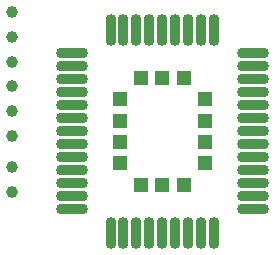
<source format=gts>
%TF.GenerationSoftware,KiCad,Pcbnew,8.0.6-8.0.6-0~ubuntu24.04.1*%
%TF.CreationDate,2024-11-25T21:20:05+00:00*%
%TF.ProjectId,gps_tracker,6770735f-7472-4616-936b-65722e6b6963,rev?*%
%TF.SameCoordinates,Original*%
%TF.FileFunction,Soldermask,Top*%
%TF.FilePolarity,Negative*%
%FSLAX46Y46*%
G04 Gerber Fmt 4.6, Leading zero omitted, Abs format (unit mm)*
G04 Created by KiCad (PCBNEW 8.0.6-8.0.6-0~ubuntu24.04.1) date 2024-11-25 21:20:05*
%MOMM*%
%LPD*%
G01*
G04 APERTURE LIST*
G04 Aperture macros list*
%AMRoundRect*
0 Rectangle with rounded corners*
0 $1 Rounding radius*
0 $2 $3 $4 $5 $6 $7 $8 $9 X,Y pos of 4 corners*
0 Add a 4 corners polygon primitive as box body*
4,1,4,$2,$3,$4,$5,$6,$7,$8,$9,$2,$3,0*
0 Add four circle primitives for the rounded corners*
1,1,$1+$1,$2,$3*
1,1,$1+$1,$4,$5*
1,1,$1+$1,$6,$7*
1,1,$1+$1,$8,$9*
0 Add four rect primitives between the rounded corners*
20,1,$1+$1,$2,$3,$4,$5,0*
20,1,$1+$1,$4,$5,$6,$7,0*
20,1,$1+$1,$6,$7,$8,$9,0*
20,1,$1+$1,$8,$9,$2,$3,0*%
G04 Aperture macros list end*
%ADD10C,1.000000*%
%ADD11O,2.704000X0.904000*%
%ADD12O,0.904000X2.704000*%
%ADD13RoundRect,0.102000X-0.500000X-0.500000X0.500000X-0.500000X0.500000X0.500000X-0.500000X0.500000X0*%
G04 APERTURE END LIST*
D10*
%TO.C,TP6*%
X135900000Y-105800000D03*
%TD*%
%TO.C,TP9*%
X135900000Y-101100000D03*
%TD*%
%TO.C,TP8*%
X135900000Y-103200000D03*
%TD*%
%TO.C,TP7*%
X135900000Y-94800000D03*
%TD*%
%TO.C,TP3*%
X135900000Y-92700000D03*
%TD*%
%TO.C,TP5*%
X135900000Y-99000000D03*
%TD*%
%TO.C,TP4*%
X135900000Y-96900000D03*
%TD*%
%TO.C,TP1*%
X135900000Y-107900000D03*
%TD*%
D11*
%TO.C,U4*%
X140950000Y-96200000D03*
X140950000Y-97300000D03*
X140950000Y-98400000D03*
X140950000Y-99500000D03*
X140950000Y-100600000D03*
X140950000Y-101700000D03*
X140950000Y-102800000D03*
X140950000Y-103900000D03*
X140950000Y-105000000D03*
X140950000Y-106100000D03*
X140950000Y-107200000D03*
X140950000Y-108300000D03*
X140950000Y-109400000D03*
D12*
X144200000Y-111400000D03*
X145300000Y-111400000D03*
X146400000Y-111400000D03*
X147500000Y-111400000D03*
X148600000Y-111400000D03*
X149700000Y-111400000D03*
X150800000Y-111400000D03*
X151900000Y-111400000D03*
X153000000Y-111400000D03*
D11*
X156250000Y-109400000D03*
X156250000Y-108300000D03*
X156250000Y-107200000D03*
X156250000Y-106100000D03*
X156250000Y-105000000D03*
X156250000Y-103900000D03*
X156250000Y-102800000D03*
X156250000Y-101700000D03*
X156250000Y-100600000D03*
X156250000Y-99500000D03*
X156250000Y-98400000D03*
X156250000Y-97300000D03*
X156250000Y-96200000D03*
D12*
X153000000Y-94200000D03*
X151900000Y-94200000D03*
X150800000Y-94200000D03*
X149700000Y-94200000D03*
X148600000Y-94200000D03*
X147500000Y-94200000D03*
X146400000Y-94200000D03*
X145300000Y-94200000D03*
X144200000Y-94200000D03*
D13*
X145000000Y-100100000D03*
X145000000Y-101900000D03*
X145000000Y-103700000D03*
X145000000Y-105500000D03*
X146800000Y-107300000D03*
X148600000Y-107300000D03*
X150400000Y-107300000D03*
X152200000Y-105500000D03*
X152200000Y-103700000D03*
X152200000Y-101900000D03*
X152200000Y-100100000D03*
X150400000Y-98300000D03*
X148600000Y-98300000D03*
X146800000Y-98300000D03*
%TD*%
M02*

</source>
